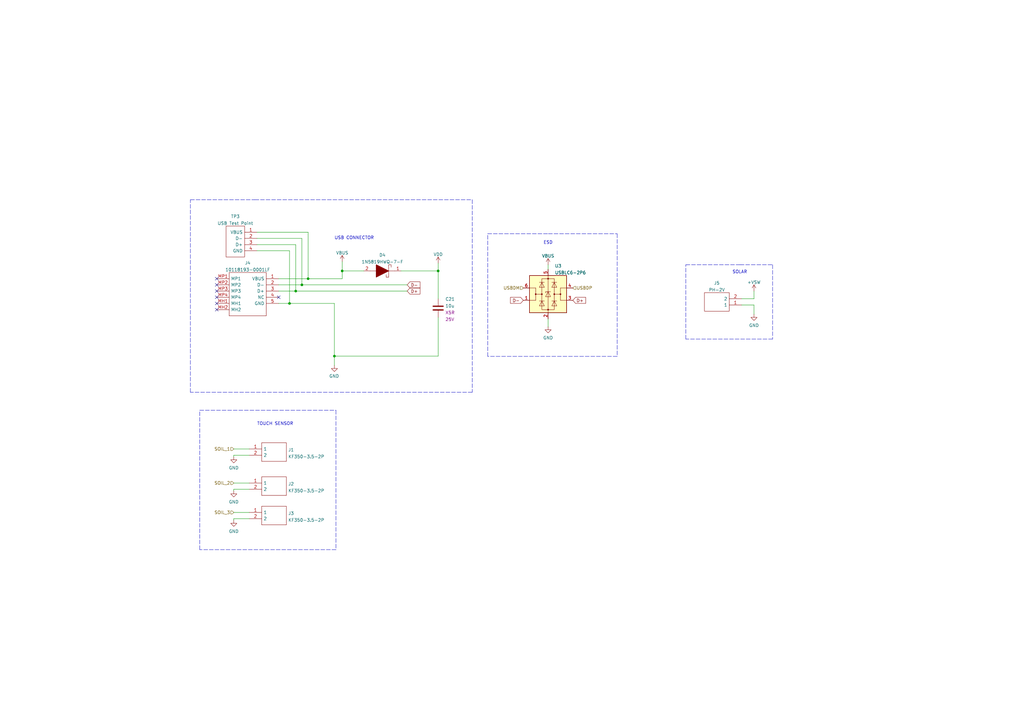
<source format=kicad_sch>
(kicad_sch (version 20211123) (generator eeschema)
  (paper "A3")
  (title_block (title "FLORA") (date "2022-07-01") (rev "C"))
  (lib_symbols
    (symbol "Capacitor_JLC:10u" (pin_numbers hide) (pin_names (offset 0.254))
      (property "Reference" "C" (at 0.635 2.54 0))
      (property "Value" "10u" (at 0.635 -2.54 0))
      (property "Type" "X5R" (at 5.08 2.54 0))
      (property "Voltage" "25V" (at 5.08 0 0))
      (symbol "10u_0_1"
        (polyline (pts (xy -2.032 -0.762) (xy 2.032 -0.762)) (stroke (width 0.508)))
        (polyline (pts (xy -2.032 0.762) (xy 2.032 0.762)) (stroke (width 0.508)))
      )
      (symbol "10u_1_1"
        (pin passive line (at 0 3.81 270) (length 2.794) (name "~") (number "1"))
        (pin passive line (at 0 -3.81 90) (length 2.794) (name "~") (number "2"))
      )
    )
    (symbol "Connector_JLC:10118193-0001LF" (pin_names (offset 0.762))
      (property "Reference" "J" (at 21.59 7.62 0))
      (property "Value" "10118193-0001LF" (at 21.59 5.08 0))
      (symbol "10118193-0001LF_0_0"
        (pin passive line (at 0 0 0) (length 5.08) (name "VBUS") (number "1"))
        (pin passive line (at 0 -2.54 0) (length 5.08) (name "D-") (number "2"))
        (pin passive line (at 0 -5.08 0) (length 5.08) (name "D+") (number "3"))
        (pin passive line (at 0 -7.62 0) (length 5.08) (name "NC") (number "4"))
        (pin passive line (at 0 -10.16 0) (length 5.08) (name "GND") (number "5"))
        (pin passive line (at 25.4 -10.16 180) (length 5.08) (name "MH1") (number "MH1"))
        (pin passive line (at 25.4 -12.7 180) (length 5.08) (name "MH2") (number "MH2"))
        (pin passive line (at 25.4 0 180) (length 5.08) (name "MP1") (number "MP1"))
        (pin passive line (at 25.4 -2.54 180) (length 5.08) (name "MP2") (number "MP2"))
        (pin passive line (at 25.4 -5.08 180) (length 5.08) (name "MP3") (number "MP3"))
        (pin passive line (at 25.4 -7.62 180) (length 5.08) (name "MP4") (number "MP4"))
      )
      (symbol "10118193-0001LF_0_1"
        (polyline (pts (xy 5.08 2.54) (xy 20.32 2.54) (xy 20.32 -15.24) (xy 5.08 -15.24) (xy 5.08 2.54)) (stroke (width 0.1524)))
      )
    )
    (symbol "Connector_JLC:KF350-3.5-2P" (pin_names (offset 0.762))
      (property "Reference" "J" (at 16.51 7.62 0))
      (property "Value" "KF350-3.5-2P" (at 16.51 5.08 0))
      (symbol "KF350-3.5-2P_0_0"
        (pin passive line (at 0 0 0) (length 5.08) (name "1") (number "1"))
        (pin passive line (at 0 -2.54 0) (length 5.08) (name "2") (number "2"))
      )
      (symbol "KF350-3.5-2P_0_1"
        (polyline (pts (xy 5.08 2.54) (xy 15.24 2.54) (xy 15.24 -5.08) (xy 5.08 -5.08) (xy 5.08 2.54)) (stroke (width 0.1524)))
      )
    )
    (symbol "Connector_JLC:PH-2V" (pin_names (offset 0.762))
      (property "Reference" "J" (at 16.51 7.62 0))
      (property "Value" "PH-2V" (at 16.51 5.08 0))
      (symbol "PH-2V_0_0"
        (pin passive line (at 0 0 0) (length 5.08) (name "1") (number "1"))
        (pin passive line (at 0 -2.54 0) (length 5.08) (name "2") (number "2"))
      )
      (symbol "PH-2V_0_1"
        (polyline (pts (xy 5.08 2.54) (xy 15.24 2.54) (xy 15.24 -5.08) (xy 5.08 -5.08) (xy 5.08 2.54)) (stroke (width 0.1524)))
      )
    )
    (symbol "Diode_JLC:1N5819HWQ-7-F" (pin_names (offset 0.762))
      (property "Reference" "D" (at 12.7 8.89 0))
      (property "Value" "1N5819HWQ-7-F" (at 12.7 6.35 0))
      (symbol "1N5819HWQ-7-F_0_0"
        (pin passive line (at 2.54 0 0) (length 2.54) (name "~") (number "1"))
        (pin passive line (at 17.78 0 180) (length 2.54) (name "~") (number "2"))
      )
      (symbol "1N5819HWQ-7-F_0_1"
        (polyline (pts (xy 5.08 0) (xy 7.62 0)) (stroke (width 0.1524)))
        (polyline (pts (xy 7.62 2.54) (xy 7.62 -2.54)) (stroke (width 0.1524)))
        (polyline (pts (xy 12.7 0) (xy 15.24 0)) (stroke (width 0.1524)))
        (polyline (pts (xy 7.62 -2.54) (xy 6.604 -2.54) (xy 6.604 -1.524)) (stroke (width 0.1524)))
        (polyline (pts (xy 7.62 2.54) (xy 8.636 2.54) (xy 8.636 1.524)) (stroke (width 0.1524)))
        (polyline (pts (xy 7.62 0) (xy 12.7 2.54) (xy 12.7 -2.54) (xy 7.62 0)) (stroke (width 0.254)) (fill (type outline)))
      )
    )
    (symbol "Diode_JLC:USBLC6-2P6" (pin_names hide)
      (property "Reference" "U" (at 2.54 8.89 0))
      (property "Value" "USBLC6-2P6" (at 2.54 -8.89 0))
      (symbol "USBLC6-2P6_0_1"
        (rectangle (start -7.62 -7.62) (end 7.62 7.62) (stroke (width 0.254)) (fill (type background)))
        (circle (center -5.08 0) (radius 0.254) (fill (type outline)))
        (circle (center -2.54 0) (radius 0.254) (fill (type outline)))
        (rectangle (start -2.54 6.35) (end 2.54 -6.35))
        (circle (center 0 -6.35) (radius 0.254) (fill (type outline)))
        (polyline (pts (xy -5.08 -2.54) (xy -7.62 -2.54)))
        (polyline (pts (xy -5.08 0) (xy -5.08 -2.54)))
        (polyline (pts (xy -5.08 2.54) (xy -7.62 2.54)))
        (polyline (pts (xy -1.524 -2.794) (xy -3.556 -2.794)))
        (polyline (pts (xy -1.524 4.826) (xy -3.556 4.826)))
        (polyline (pts (xy 0 -7.62) (xy 0 -6.35)))
        (polyline (pts (xy 0 -6.35) (xy 0 1.27)))
        (polyline (pts (xy 0 1.27) (xy 0 6.35)))
        (polyline (pts (xy 0 6.35) (xy 0 7.62)))
        (polyline (pts (xy 1.524 -2.794) (xy 3.556 -2.794)))
        (polyline (pts (xy 1.524 4.826) (xy 3.556 4.826)))
        (polyline (pts (xy 5.08 -2.54) (xy 7.62 -2.54)))
        (polyline (pts (xy 5.08 0) (xy 5.08 -2.54)))
        (polyline (pts (xy 5.08 2.54) (xy 7.62 2.54)))
        (polyline (pts (xy -2.54 0) (xy -5.08 0) (xy -5.08 2.54)))
        (polyline (pts (xy 2.54 0) (xy 5.08 0) (xy 5.08 2.54)))
        (polyline (pts (xy -3.556 -4.826) (xy -1.524 -4.826) (xy -2.54 -2.794) (xy -3.556 -4.826)))
        (polyline (pts (xy -3.556 2.794) (xy -1.524 2.794) (xy -2.54 4.826) (xy -3.556 2.794)))
        (polyline (pts (xy -1.016 -1.016) (xy 1.016 -1.016) (xy 0 1.016) (xy -1.016 -1.016)))
        (polyline (pts (xy 1.016 1.016) (xy 0.762 1.016) (xy -1.016 1.016) (xy -1.016 0.508)))
        (polyline (pts (xy 3.556 -4.826) (xy 1.524 -4.826) (xy 2.54 -2.794) (xy 3.556 -4.826)))
        (polyline (pts (xy 3.556 2.794) (xy 1.524 2.794) (xy 2.54 4.826) (xy 3.556 2.794)))
        (circle (center 0 6.35) (radius 0.254) (fill (type outline)))
        (circle (center 2.54 0) (radius 0.254) (fill (type outline)))
        (circle (center 5.08 0) (radius 0.254) (fill (type outline)))
      )
      (symbol "USBLC6-2P6_1_1"
        (pin passive line (at -10.16 -2.54 0) (length 2.54) (name "I/O1") (number "1"))
        (pin passive line (at 0 -10.16 90) (length 2.54) (name "GND") (number "2"))
        (pin passive line (at 10.16 -2.54 180) (length 2.54) (name "I/O2") (number "3"))
        (pin passive line (at 10.16 2.54 180) (length 2.54) (name "I/O2") (number "4"))
        (pin passive line (at 0 10.16 270) (length 2.54) (name "VBUS") (number "5"))
        (pin passive line (at -10.16 2.54 0) (length 2.54) (name "I/O1") (number "6"))
      )
    )
    (symbol "personal:USB Test Point" (pin_names (offset 0.762))
      (property "Reference" "TP" (at 21.59 7.62 0))
      (property "Value" "USB Test Point" (at 21.59 5.08 0))
      (symbol "USB Test Point_0_0"
        (pin passive line (at 0 0 0) (length 5.08) (name "VBUS") (number "1"))
        (pin passive line (at 0 -2.54 0) (length 5.08) (name "D-") (number "2"))
        (pin passive line (at 0 -5.08 0) (length 5.08) (name "D+") (number "3"))
        (pin passive line (at 0 -7.62 0) (length 5.08) (name "GND") (number "4"))
      )
      (symbol "USB Test Point_0_1"
        (polyline (pts (xy 5.08 2.54) (xy 12.7 2.54) (xy 12.7 -10.16) (xy 5.08 -10.16) (xy 5.08 2.54)) (stroke (width 0.1524)))
      )
    )
    (symbol "power:+VSW" (power) (pin_names (offset 0))
      (property "Value" "+VSW" (at 0 3.556 0))
      (symbol "+VSW_0_1"
        (polyline (pts (xy -0.762 1.27) (xy 0 2.54)))
        (polyline (pts (xy 0 0) (xy 0 2.54)))
        (polyline (pts (xy 0 2.54) (xy 0.762 1.27)))
      )
      (symbol "+VSW_1_1"
        (pin power_in line (at 0 0 90) (length 0) hide (name "+VSW") (number "1"))
      )
    )
    (symbol "power:GND" (power) (pin_names (offset 0))
      (property "Value" "GND" (at 0 -3.81 0))
      (symbol "GND_0_1"
        (polyline (pts (xy 0 0) (xy 0 -1.27) (xy 1.27 -1.27) (xy 0 -2.54) (xy -1.27 -1.27) (xy 0 -1.27)))
      )
      (symbol "GND_1_1"
        (pin power_in line (at 0 0 270) (length 0) hide (name "GND") (number "1"))
      )
    )
    (symbol "power:VBUS" (power) (pin_names (offset 0))
      (property "Value" "VBUS" (at 0 3.81 0))
      (symbol "VBUS_0_1"
        (polyline (pts (xy -0.762 1.27) (xy 0 2.54)))
        (polyline (pts (xy 0 0) (xy 0 2.54)))
        (polyline (pts (xy 0 2.54) (xy 0.762 1.27)))
      )
      (symbol "VBUS_1_1"
        (pin power_in line (at 0 0 90) (length 0) hide (name "VBUS") (number "1"))
      )
    )
    (symbol "power:VDD" (power) (pin_names (offset 0))
      (property "Value" "VDD" (at 0 3.81 0))
      (symbol "VDD_0_1"
        (polyline (pts (xy -0.762 1.27) (xy 0 2.54)))
        (polyline (pts (xy 0 0) (xy 0 2.54)))
        (polyline (pts (xy 0 2.54) (xy 0.762 1.27)))
      )
      (symbol "VDD_1_1"
        (pin power_in line (at 0 0 90) (length 0) hide (name "VDD") (number "1"))
      )
    )
  )
  (junction (at 123.825 116.84))
  (junction (at 179.705 111.125))
  (junction (at 118.745 124.46))
  (junction (at 121.285 119.38))
  (junction (at 137.16 146.05))
  (junction (at 140.335 111.125))
  (junction (at 126.365 114.3))
  (no_connect (at 88.9 121.92))
  (no_connect (at 88.9 127))
  (no_connect (at 114.3 121.92))
  (no_connect (at 88.9 124.46))
  (no_connect (at 88.9 114.3))
  (no_connect (at 88.9 119.38))
  (no_connect (at 88.9 116.84))
  (wire (pts (xy 114.3 116.84) (xy 123.825 116.84)))
  (wire (pts (xy 126.365 114.3) (xy 140.335 114.3)))
  (polyline (pts (xy 316.865 108.585) (xy 316.865 139.065)))
  (polyline (pts (xy 81.915 168.275) (xy 112.395 168.275)))
  (wire (pts (xy 121.285 100.33) (xy 121.285 119.38)))
  (wire (pts (xy 102.235 212.725) (xy 95.885 212.725)))
  (polyline (pts (xy 281.305 108.585) (xy 304.165 108.585)))
  (wire (pts (xy 224.79 108.585) (xy 224.79 110.49)))
  (polyline (pts (xy 193.675 81.915) (xy 193.675 160.909)))
  (polyline (pts (xy 104.521 81.915) (xy 193.675 81.915)))
  (wire (pts (xy 140.335 111.125) (xy 140.335 114.3)))
  (wire (pts (xy 140.335 107.315) (xy 140.335 111.125)))
  (polyline (pts (xy 253.111 146.177) (xy 200.025 146.177)))
  (wire (pts (xy 140.335 111.125) (xy 149.225 111.125)))
  (wire (pts (xy 179.705 111.125) (xy 179.705 122.555)))
  (wire (pts (xy 114.3 114.3) (xy 126.365 114.3)))
  (polyline (pts (xy 253.111 95.885) (xy 253.111 146.177)))
  (wire (pts (xy 114.3 124.46) (xy 118.745 124.46)))
  (wire (pts (xy 123.825 116.84) (xy 167.005 116.84)))
  (wire (pts (xy 304.165 122.555) (xy 309.245 122.555)))
  (polyline (pts (xy 78.105 160.909) (xy 78.105 81.915)))
  (polyline (pts (xy 200.025 95.885) (xy 224.917 95.885)))
  (wire (pts (xy 118.745 102.87) (xy 118.745 124.46)))
  (wire (pts (xy 137.16 124.46) (xy 137.16 146.05)))
  (wire (pts (xy 118.745 124.46) (xy 137.16 124.46)))
  (wire (pts (xy 137.16 146.05) (xy 137.16 149.86)))
  (wire (pts (xy 95.885 210.185) (xy 102.235 210.185)))
  (wire (pts (xy 95.885 212.725) (xy 95.885 213.36)))
  (polyline (pts (xy 137.795 168.275) (xy 137.795 225.425)))
  (wire (pts (xy 114.3 119.38) (xy 121.285 119.38)))
  (wire (pts (xy 126.365 95.25) (xy 126.365 114.3)))
  (wire (pts (xy 309.245 125.095) (xy 309.245 128.905)))
  (wire (pts (xy 121.285 119.38) (xy 167.005 119.38)))
  (wire (pts (xy 105.41 102.87) (xy 118.745 102.87)))
  (wire (pts (xy 179.705 107.95) (xy 179.705 111.125)))
  (wire (pts (xy 105.41 95.25) (xy 126.365 95.25)))
  (wire (pts (xy 105.41 100.33) (xy 121.285 100.33)))
  (polyline (pts (xy 193.675 160.909) (xy 78.105 160.909)))
  (wire (pts (xy 95.885 184.15) (xy 102.235 184.15)))
  (wire (pts (xy 164.465 111.125) (xy 179.705 111.125)))
  (wire (pts (xy 224.79 130.81) (xy 224.79 133.985)))
  (wire (pts (xy 304.165 125.095) (xy 309.245 125.095)))
  (polyline (pts (xy 281.305 139.065) (xy 281.305 108.585)))
  (wire (pts (xy 309.245 122.555) (xy 309.245 119.38)))
  (wire (pts (xy 95.885 200.66) (xy 95.885 201.295)))
  (wire (pts (xy 105.41 97.79) (xy 123.825 97.79)))
  (wire (pts (xy 95.885 198.12) (xy 102.235 198.12)))
  (polyline (pts (xy 200.025 146.177) (xy 200.025 95.885)))
  (wire (pts (xy 123.825 97.79) (xy 123.825 116.84)))
  (polyline (pts (xy 303.53 108.585) (xy 316.865 108.585)))
  (wire (pts (xy 102.235 186.69) (xy 95.885 186.69)))
  (polyline (pts (xy 112.395 168.275) (xy 137.795 168.275)))
  (wire (pts (xy 95.885 186.69) (xy 95.885 187.325)))
  (wire (pts (xy 179.705 130.175) (xy 179.705 146.05)))
  (wire (pts (xy 102.235 200.66) (xy 95.885 200.66)))
  (polyline (pts (xy 78.105 81.915) (xy 104.521 81.915)))
  (polyline (pts (xy 316.865 139.065) (xy 281.305 139.065)))
  (polyline (pts (xy 81.915 225.425) (xy 81.915 168.275)))
  (wire (pts (xy 137.16 146.05) (xy 179.705 146.05)))
  (polyline (pts (xy 137.795 225.425) (xy 81.915 225.425)))
  (polyline (pts (xy 224.917 95.885) (xy 253.111 95.885)))
  (text "SOLAR" (at 300.355 112.395 0) (effects (font (size 1.27 1.27)) (justify left bottom)))
  (text "USB CONNECTOR" (at 137.16 98.425 0) (effects (font (size 1.27 1.27)) (justify left bottom)))
  (text "ESD" (at 222.885 100.33 0) (effects (font (size 1.27 1.27)) (justify left bottom)))
  (text "TOUCH SENSOR" (at 105.41 174.625 0) (effects (font (size 1.27 1.27)) (justify left bottom)))
  (global_label "D-" (shape input) (at 214.63 123.19 180) (property "Intersheet References" "${INTERSHEET_REFS}" (effects hide)))
  (global_label "D-" (shape input) (at 167.005 116.84 0) (property "Intersheet References" "${INTERSHEET_REFS}" (effects hide)))
  (global_label "D+" (shape input) (at 234.95 123.19 0) (property "Intersheet References" "${INTERSHEET_REFS}" (effects hide)))
  (global_label "D+" (shape input) (at 167.005 119.38 0) (property "Intersheet References" "${INTERSHEET_REFS}" (effects hide)))
  (hierarchical_label "USBDM" (shape input) (at 214.63 118.11 180))
  (hierarchical_label "USBDP" (shape input) (at 234.95 118.11 0))
  (hierarchical_label "SOIL_3" (shape input) (at 95.885 210.185 180))
  (hierarchical_label "SOIL_2" (shape input) (at 95.885 198.12 180))
  (hierarchical_label "SOIL_1" (shape input) (at 95.885 184.15 180))
  (symbol (lib_id "power:GND") (at 95.885 187.325 0) (unit 1)
    (property "Reference" "#PWR0134" (effects hide))
    (property "Value" "GND" (at 95.885 191.8875 0))
  )
  (symbol (lib_id "power:GND") (at 95.885 201.295 0) (unit 1)
    (property "Reference" "#PWR0133" (effects hide))
    (property "Value" "GND" (at 95.885 205.8575 0))
  )
  (symbol (lib_id "Diode_JLC:1N5819HWQ-7-F") (at 167.005 111.125 180) (unit 1)
    (property "Reference" "D4" (at 156.845 104.6185 0))
    (property "Value" "1N5819HWQ-7-F" (at 156.845 107.3936 0))
    (property "Footprint" "SOD3716X145N" (effects hide))
    (property "Datasheet" "https://eu.mouser.com/datasheet/2/115/ds30217-1532212.pdf" (effects hide))
    (property "Description" "Schottky Diodes & Rectifiers Schottky Rectifier" (effects hide))
    (property "Height" "1.45" (effects hide))
    (property "Manufacturer_Name" "Diodes Inc." (effects hide))
    (property "Manufacturer_Part_Number" "1N5819HWQ-7-F" (effects hide))
    (property "Mouser Part Number" "621-1N5819HWQ-7-F" (effects hide))
    (property "Mouser Price/Stock" "https://www.mouser.co.uk/ProductDetail/Diodes-Incorporated/1N5819HWQ-7-F?qs=gZXFycFWdAPDr8BmsK1ygg%3D%3D" (effects hide))
    (property "Arrow Part Number" "1N5819HWQ-7-F" (effects hide))
    (property "Arrow Price/Stock" "https://www.arrow.com/en/products/1n5819hwq-7-f/diodes-incorporated?region=nac" (effects hide))
    (property "LCSC" "C2905649" (effects hide))
  )
  (symbol (lib_id "power:+VSW") (at 309.245 119.38 0) (unit 1)
    (property "Reference" "#PWR0126" (effects hide))
    (property "Value" "+VSW" (at 309.245 115.7755 0))
  )
  (symbol (lib_id "Connector_JLC:KF350-3.5-2P") (at 102.235 210.185 0) (unit 1)
    (property "Reference" "J3" (at 118.1862 210.5465 0) (effects (justify left)))
    (property "Value" "KF350-3.5-2P" (at 118.1862 213.3216 0) (effects (justify left)))
    (property "Footprint" "KF350352P" (effects hide))
    (property "Datasheet" "https://datasheet.lcsc.com/szlcsc/2001160007_Cixi-Kefa-Elec-KF350-3-5-2P_C474892.pdf" (effects hide))
    (property "Description" "P=3.5mm Screw terminal RoHS 2 Pos" (effects hide))
    (property "Height" "8.8" (effects hide))
    (property "Manufacturer_Name" "CIXI KEFA ELECTRONICS" (effects hide))
    (property "Manufacturer_Part_Number" "KF350-3.5-2P" (effects hide))
    (property "LCSC" "C474892" (effects hide))
  )
  (symbol (lib_id "power:GND") (at 137.16 149.86 0) (mirror y) (unit 1)
    (property "Reference" "#PWR0129" (effects hide))
    (property "Value" "GND" (at 137.033 154.2542 0))
  )
  (symbol (lib_id "power:VBUS") (at 224.79 108.585 0) (unit 1)
    (property "Reference" "#PWR0128" (effects hide))
    (property "Value" "VBUS" (at 224.79 104.9805 0))
  )
  (symbol (lib_id "Connector_JLC:KF350-3.5-2P") (at 102.235 184.15 0) (unit 1)
    (property "Reference" "J1" (at 118.1862 184.5115 0) (effects (justify left)))
    (property "Value" "KF350-3.5-2P" (at 118.1862 187.2866 0) (effects (justify left)))
    (property "Footprint" "KF350352P" (effects hide))
    (property "Datasheet" "https://datasheet.lcsc.com/szlcsc/2001160007_Cixi-Kefa-Elec-KF350-3-5-2P_C474892.pdf" (effects hide))
    (property "Description" "P=3.5mm Screw terminal RoHS 2 Pos" (effects hide))
    (property "Height" "8.8" (effects hide))
    (property "Manufacturer_Name" "CIXI KEFA ELECTRONICS" (effects hide))
    (property "Manufacturer_Part_Number" "KF350-3.5-2P" (effects hide))
    (property "LCSC" "C474892" (effects hide))
  )
  (symbol (lib_id "power:VDD") (at 179.705 107.95 0) (unit 1)
    (property "Reference" "#PWR0131" (effects hide))
    (property "Value" "VDD" (at 179.705 104.3455 0))
  )
  (symbol (lib_id "power:VBUS") (at 140.335 107.315 0) (unit 1)
    (property "Reference" "#PWR0130" (effects hide))
    (property "Value" "VBUS" (at 140.335 103.7105 0))
  )
  (symbol (lib_id "power:GND") (at 309.245 128.905 0) (unit 1)
    (property "Reference" "#PWR0125" (effects hide))
    (property "Value" "GND" (at 309.245 133.4675 0))
  )
  (symbol (lib_id "Capacitor_JLC:10u") (at 179.705 126.365 0) (unit 1)
    (property "Reference" "C21" (at 182.626 122.6814 0) (effects (justify left)))
    (property "Value" "10u" (at 182.626 125.4565 0) (effects (justify left)))
    (property "Footprint" "Capacitor_SMD:C_0805_2012Metric" (effects hide))
    (property "Type" "X5R" (at 182.626 128.2316 0) (effects (justify left)))
    (property "LCSC" "C15850" (effects hide))
    (property "Voltage" "25V" (at 182.626 131.0067 0) (effects (justify left)))
  )
  (symbol (lib_id "Connector_JLC:PH-2V") (at 304.165 125.095 180) (unit 1)
    (property "Reference" "J5" (at 294.005 116.0993 0))
    (property "Value" "PH-2V" (at 294.005 118.8744 0))
    (property "Footprint" "SHDR2W52P0X200_1X2_600X460X630P" (effects hide))
    (property "Datasheet" "https://datasheet.lcsc.com/szlcsc/1811092130_BOOMELE-Boom-Precision-Elec-PH-2AK_C146082.pdf" (effects hide))
    (property "Description" "Wire To Board / Wire To Wire Connector Through Hole RoHS" (effects hide))
    (property "Height" "6.3" (effects hide))
    (property "Manufacturer_Name" "BOOMELE(Boom Precision Elec)" (effects hide))
    (property "Manufacturer_Part_Number" "PH-2AK" (effects hide))
    (property "LCSC" "C146082" (effects hide))
  )
  (symbol (lib_id "Diode_JLC:USBLC6-2P6") (at 224.79 120.65 0) (unit 1)
    (property "Reference" "U3" (at 227.5587 109.0635 0) (effects (justify left)))
    (property "Value" "USBLC6-2P6" (at 227.5587 111.8386 0) (effects (justify left)))
    (property "Footprint" "Package_TO_SOT_SMD:SOT-666" (effects hide))
    (property "Datasheet" "https://datasheet.lcsc.com/lcsc/2108132230_TECH-PUBLIC-USBLC6-2P6_C2827693.pdf" (effects hide))
    (property "LCSC" "C2827693" (effects hide))
  )
  (symbol (lib_id "Connector_JLC:10118193-0001LF") (at 114.3 114.3 0) (mirror y) (unit 1)
    (property "Reference" "J4" (at 101.6 107.8443 0))
    (property "Value" "10118193-0001LF" (at 101.6 110.6194 0))
    (property "Footprint" "101181930001LF" (effects hide))
    (property "Datasheet" "https://datasheet.datasheetarchive.com/originals/distributors/Datasheets_SAMA/035be5b62fc6b7a9cadde58b72893b5e.pdf" (effects hide))
    (property "Description" "USB Connectors 5P MICRO USB TYPE B RECEPTACLE W/ PEGS" (effects hide))
    (property "Height" "3.1" (effects hide))
    (property "Manufacturer_Name" "Amphenol" (effects hide))
    (property "Manufacturer_Part_Number" "10118193-0001LF" (effects hide))
    (property "Mouser Part Number" "649-10118193-0001LF" (effects hide))
    (property "Mouser Price/Stock" "https://www.mouser.co.uk/ProductDetail/Amphenol-FCI/10118193-0001LF?qs=Ywefl8B65e63Nsqd%252B8HZaQ%3D%3D" (effects hide))
    (property "Arrow Part Number" "10118193-0001LF" (effects hide))
    (property "Arrow Price/Stock" "https://www.arrow.com/en/products/10118193-0001lf/amphenol-fci?region=nac" (effects hide))
  )
  (symbol (lib_id "power:GND") (at 95.885 213.36 0) (unit 1)
    (property "Reference" "#PWR0132" (effects hide))
    (property "Value" "GND" (at 95.885 217.9225 0))
  )
  (symbol (lib_id "power:GND") (at 224.79 133.985 0) (unit 1)
    (property "Reference" "#PWR0127" (effects hide))
    (property "Value" "GND" (at 224.79 138.5475 0))
  )
  (symbol (lib_id "personal:USB Test Point") (at 105.41 95.25 0) (mirror y) (unit 1)
    (property "Reference" "TP3" (at 96.52 88.7943 0))
    (property "Value" "USB Test Point" (at 96.52 91.5694 0))
    (property "Footprint" "personal:USB_TestPoint" (effects hide))
    (property "Description" "USB Test Point" (effects hide))
  )
  (symbol (lib_id "Connector_JLC:KF350-3.5-2P") (at 102.235 198.12 0) (unit 1)
    (property "Reference" "J2" (at 118.1862 198.4815 0) (effects (justify left)))
    (property "Value" "KF350-3.5-2P" (at 118.1862 201.2566 0) (effects (justify left)))
    (property "Footprint" "KF350352P" (effects hide))
    (property "Datasheet" "https://datasheet.lcsc.com/szlcsc/2001160007_Cixi-Kefa-Elec-KF350-3-5-2P_C474892.pdf" (effects hide))
    (property "Description" "P=3.5mm Screw terminal RoHS 2 Pos" (effects hide))
    (property "Height" "8.8" (effects hide))
    (property "Manufacturer_Name" "CIXI KEFA ELECTRONICS" (effects hide))
    (property "Manufacturer_Part_Number" "KF350-3.5-2P" (effects hide))
    (property "LCSC" "C474892" (effects hide))
  )
)
</source>
